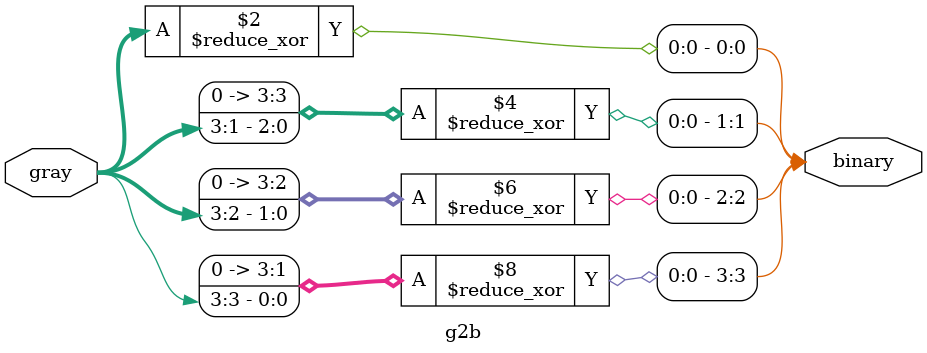
<source format=v>
module g2b #(parameter WIDTH=4) (input [WIDTH-1:0] gray, output [WIDTH-1:0] binary);
  /*
  assign binary[0] = gray[3] ^ gray[2] ^ gray[1] ^ gray[0];
  assign binary[1] = gray[3] ^ gray[2] ^ gray[1];
  assign binary[2] = gray[3] ^ gray[2];
  assign binary[3] = gray[3];
  */
  // OR
  genvar i;
  generate
    for(i=0;i<WIDTH;i++) begin
      assign binary[i] = ^(gray >> i);
    end
  endgenerate
endmodule

</source>
